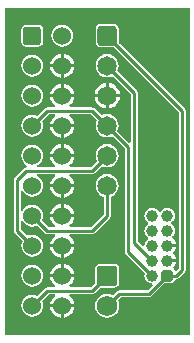
<source format=gtl>
G04 Layer_Physical_Order=1*
G04 Layer_Color=255*
%FSLAX25Y25*%
%MOIN*%
G70*
G01*
G75*
%ADD10C,0.01000*%
%ADD11C,0.06800*%
G04:AMPARAMS|DCode=12|XSize=68mil|YSize=68mil|CornerRadius=10.2mil|HoleSize=0mil|Usage=FLASHONLY|Rotation=180.000|XOffset=0mil|YOffset=0mil|HoleType=Round|Shape=RoundedRectangle|*
%AMROUNDEDRECTD12*
21,1,0.06800,0.04760,0,0,180.0*
21,1,0.04760,0.06800,0,0,180.0*
1,1,0.02040,-0.02380,0.02380*
1,1,0.02040,0.02380,0.02380*
1,1,0.02040,0.02380,-0.02380*
1,1,0.02040,-0.02380,-0.02380*
%
%ADD12ROUNDEDRECTD12*%
%ADD13C,0.06000*%
G04:AMPARAMS|DCode=14|XSize=60mil|YSize=60mil|CornerRadius=9mil|HoleSize=0mil|Usage=FLASHONLY|Rotation=270.000|XOffset=0mil|YOffset=0mil|HoleType=Round|Shape=RoundedRectangle|*
%AMROUNDEDRECTD14*
21,1,0.06000,0.04200,0,0,270.0*
21,1,0.04200,0.06000,0,0,270.0*
1,1,0.01800,-0.02100,-0.02100*
1,1,0.01800,-0.02100,0.02100*
1,1,0.01800,0.02100,0.02100*
1,1,0.01800,0.02100,-0.02100*
%
%ADD14ROUNDEDRECTD14*%
G04:AMPARAMS|DCode=15|XSize=39.37mil|YSize=39.37mil|CornerRadius=9.84mil|HoleSize=0mil|Usage=FLASHONLY|Rotation=90.000|XOffset=0mil|YOffset=0mil|HoleType=Round|Shape=RoundedRectangle|*
%AMROUNDEDRECTD15*
21,1,0.03937,0.01968,0,0,90.0*
21,1,0.01968,0.03937,0,0,90.0*
1,1,0.01968,0.00984,0.00984*
1,1,0.01968,0.00984,-0.00984*
1,1,0.01968,-0.00984,-0.00984*
1,1,0.01968,-0.00984,0.00984*
%
%ADD15ROUNDEDRECTD15*%
%ADD16C,0.03937*%
%ADD17C,0.06500*%
G04:AMPARAMS|DCode=18|XSize=65mil|YSize=65mil|CornerRadius=9.75mil|HoleSize=0mil|Usage=FLASHONLY|Rotation=180.000|XOffset=0mil|YOffset=0mil|HoleType=Round|Shape=RoundedRectangle|*
%AMROUNDEDRECTD18*
21,1,0.06500,0.04550,0,0,180.0*
21,1,0.04550,0.06500,0,0,180.0*
1,1,0.01950,-0.02275,0.02275*
1,1,0.01950,0.02275,0.02275*
1,1,0.01950,0.02275,-0.02275*
1,1,0.01950,-0.02275,-0.02275*
%
%ADD18ROUNDEDRECTD18*%
G36*
X52487Y-99731D02*
X-9180D01*
Y9180D01*
X52487D01*
Y-99731D01*
D02*
G37*
%LPC*%
G36*
X10500Y-56031D02*
Y-59500D01*
X13969D01*
X13897Y-58956D01*
X13494Y-57983D01*
X12853Y-57147D01*
X12017Y-56506D01*
X11044Y-56103D01*
X10500Y-56031D01*
D02*
G37*
G36*
X9500D02*
X8956Y-56103D01*
X7983Y-56506D01*
X7147Y-57147D01*
X6506Y-57983D01*
X6103Y-58956D01*
X6031Y-59500D01*
X9500D01*
Y-56031D01*
D02*
G37*
G36*
X13969Y-70500D02*
X10500D01*
Y-73969D01*
X11044Y-73897D01*
X12017Y-73494D01*
X12853Y-72853D01*
X13494Y-72017D01*
X13897Y-71044D01*
X13969Y-70500D01*
D02*
G37*
G36*
X9500Y-50500D02*
X6031D01*
X6103Y-51044D01*
X6506Y-52017D01*
X7147Y-52853D01*
X7983Y-53494D01*
X8956Y-53897D01*
X9500Y-53969D01*
Y-50500D01*
D02*
G37*
G36*
Y-36031D02*
X8956Y-36103D01*
X7983Y-36506D01*
X7147Y-37147D01*
X6506Y-37983D01*
X6103Y-38956D01*
X6031Y-39500D01*
X9500D01*
Y-36031D01*
D02*
G37*
G36*
X25000Y-36117D02*
X23995Y-36249D01*
X23058Y-36637D01*
X22254Y-37254D01*
X21637Y-38058D01*
X21249Y-38995D01*
X21117Y-40000D01*
X21249Y-41005D01*
X21589Y-41825D01*
X19535Y-43878D01*
X12502D01*
X12298Y-43278D01*
X12853Y-42853D01*
X13494Y-42017D01*
X13897Y-41044D01*
X13969Y-40500D01*
X10000D01*
Y-40000D01*
D01*
Y-40500D01*
X6031D01*
X6103Y-41044D01*
X6506Y-42017D01*
X7147Y-42853D01*
X7702Y-43278D01*
X7498Y-43878D01*
X1612D01*
X1492Y-43278D01*
X1815Y-43145D01*
X2568Y-42568D01*
X3145Y-41816D01*
X3507Y-40940D01*
X3631Y-40000D01*
X3507Y-39060D01*
X3145Y-38184D01*
X2568Y-37433D01*
X1815Y-36855D01*
X940Y-36493D01*
X0Y-36369D01*
X-940Y-36493D01*
X-1815Y-36855D01*
X-2568Y-37433D01*
X-3145Y-38184D01*
X-3507Y-39060D01*
X-3631Y-40000D01*
X-3507Y-40940D01*
X-3145Y-41816D01*
X-2568Y-42568D01*
X-1927Y-43059D01*
X-1843Y-43496D01*
X-1866Y-43773D01*
X-2000Y-43878D01*
X-2429Y-43964D01*
X-2793Y-44207D01*
X-5793Y-47207D01*
X-6036Y-47571D01*
X-6122Y-48000D01*
X-6121Y-48000D01*
Y-65000D01*
X-6122Y-65000D01*
X-6036Y-65429D01*
X-5793Y-65793D01*
X-3220Y-68366D01*
X-3507Y-69060D01*
X-3631Y-70000D01*
X-3507Y-70940D01*
X-3145Y-71816D01*
X-2568Y-72568D01*
X-1815Y-73145D01*
X-940Y-73507D01*
X0Y-73631D01*
X940Y-73507D01*
X1815Y-73145D01*
X2568Y-72568D01*
X3145Y-71816D01*
X3507Y-70940D01*
X3631Y-70000D01*
X3507Y-69060D01*
X3145Y-68185D01*
X2568Y-67432D01*
X1815Y-66855D01*
X940Y-66493D01*
X0Y-66369D01*
X-940Y-66493D01*
X-1634Y-66780D01*
X-3878Y-64535D01*
Y-61612D01*
X-3278Y-61492D01*
X-3145Y-61816D01*
X-2568Y-62568D01*
X-1815Y-63145D01*
X-940Y-63507D01*
X0Y-63631D01*
X940Y-63507D01*
X1634Y-63220D01*
X4207Y-65793D01*
X4207Y-65793D01*
X4571Y-66036D01*
X5000Y-66122D01*
X5000Y-66122D01*
X7498D01*
X7702Y-66722D01*
X7147Y-67147D01*
X6506Y-67983D01*
X6103Y-68956D01*
X6031Y-69500D01*
X10000D01*
Y-70000D01*
D01*
Y-69500D01*
X13969D01*
X13897Y-68956D01*
X13494Y-67983D01*
X12853Y-67147D01*
X12298Y-66722D01*
X12502Y-66122D01*
X20000D01*
X20000Y-66122D01*
X20429Y-66036D01*
X20793Y-65793D01*
X25793Y-60793D01*
X25793Y-60793D01*
X26036Y-60429D01*
X26122Y-60000D01*
X26122Y-60000D01*
Y-53703D01*
X26942Y-53363D01*
X27746Y-52746D01*
X28363Y-51942D01*
X28751Y-51005D01*
X28883Y-50000D01*
X28751Y-48995D01*
X28363Y-48058D01*
X27746Y-47254D01*
X26942Y-46637D01*
X26005Y-46249D01*
X25000Y-46117D01*
X23995Y-46249D01*
X23058Y-46637D01*
X22254Y-47254D01*
X21637Y-48058D01*
X21249Y-48995D01*
X21117Y-50000D01*
X21249Y-51005D01*
X21637Y-51942D01*
X22254Y-52746D01*
X23058Y-53363D01*
X23878Y-53703D01*
Y-59535D01*
X19535Y-63878D01*
X12502D01*
X12298Y-63278D01*
X12853Y-62853D01*
X13494Y-62017D01*
X13897Y-61044D01*
X13969Y-60500D01*
X10000D01*
Y-60000D01*
D01*
Y-60500D01*
X6031D01*
X6103Y-61044D01*
X6506Y-62017D01*
X7147Y-62853D01*
X7702Y-63278D01*
X7498Y-63878D01*
X5465D01*
X3220Y-61634D01*
X3507Y-60940D01*
X3631Y-60000D01*
X3507Y-59060D01*
X3145Y-58184D01*
X2568Y-57432D01*
X1815Y-56855D01*
X940Y-56493D01*
X0Y-56369D01*
X-940Y-56493D01*
X-1815Y-56855D01*
X-2568Y-57432D01*
X-3145Y-58184D01*
X-3278Y-58508D01*
X-3878Y-58388D01*
Y-51612D01*
X-3278Y-51492D01*
X-3145Y-51815D01*
X-2568Y-52568D01*
X-1815Y-53145D01*
X-940Y-53507D01*
X0Y-53631D01*
X940Y-53507D01*
X1815Y-53145D01*
X2568Y-52568D01*
X3145Y-51815D01*
X3507Y-50940D01*
X3631Y-50000D01*
X3507Y-49060D01*
X3145Y-48184D01*
X2568Y-47433D01*
X1815Y-46855D01*
X1492Y-46722D01*
X1612Y-46122D01*
X7498D01*
X7702Y-46722D01*
X7147Y-47147D01*
X6506Y-47983D01*
X6103Y-48956D01*
X6031Y-49500D01*
X10000D01*
Y-50000D01*
D01*
Y-49500D01*
X13969D01*
X13897Y-48956D01*
X13494Y-47983D01*
X12853Y-47147D01*
X12298Y-46722D01*
X12502Y-46122D01*
X20000D01*
X20000Y-46122D01*
X20429Y-46036D01*
X20793Y-45793D01*
X23175Y-43411D01*
X23995Y-43751D01*
X25000Y-43883D01*
X26005Y-43751D01*
X26942Y-43363D01*
X27746Y-42746D01*
X28363Y-41942D01*
X28751Y-41005D01*
X28883Y-40000D01*
X28751Y-38995D01*
X28363Y-38058D01*
X27746Y-37254D01*
X26942Y-36637D01*
X26005Y-36249D01*
X25000Y-36117D01*
D02*
G37*
G36*
X13969Y-50500D02*
X10500D01*
Y-53969D01*
X11044Y-53897D01*
X12017Y-53494D01*
X12853Y-52853D01*
X13494Y-52017D01*
X13897Y-51044D01*
X13969Y-50500D01*
D02*
G37*
G36*
X9500Y-70500D02*
X6031D01*
X6103Y-71044D01*
X6506Y-72017D01*
X7147Y-72853D01*
X7983Y-73494D01*
X8956Y-73897D01*
X9500Y-73969D01*
Y-70500D01*
D02*
G37*
G36*
X27380Y-75968D02*
X22620D01*
X21988Y-76094D01*
X21452Y-76452D01*
X21094Y-76988D01*
X20968Y-77620D01*
Y-82380D01*
X20979Y-82435D01*
X19535Y-83878D01*
X12502D01*
X12298Y-83278D01*
X12853Y-82853D01*
X13494Y-82017D01*
X13897Y-81044D01*
X13969Y-80500D01*
X10000D01*
Y-80000D01*
D01*
Y-80500D01*
X6031D01*
X6103Y-81044D01*
X6506Y-82017D01*
X7147Y-82853D01*
X7702Y-83278D01*
X7498Y-83878D01*
X5000D01*
X5000Y-83878D01*
X4571Y-83964D01*
X4207Y-84207D01*
X4207Y-84207D01*
X1634Y-86780D01*
X940Y-86493D01*
X0Y-86369D01*
X-940Y-86493D01*
X-1815Y-86855D01*
X-2568Y-87432D01*
X-3145Y-88184D01*
X-3507Y-89060D01*
X-3631Y-90000D01*
X-3507Y-90940D01*
X-3145Y-91816D01*
X-2568Y-92568D01*
X-1815Y-93145D01*
X-940Y-93507D01*
X0Y-93631D01*
X940Y-93507D01*
X1815Y-93145D01*
X2568Y-92568D01*
X3145Y-91816D01*
X3507Y-90940D01*
X3631Y-90000D01*
X3507Y-89060D01*
X3220Y-88366D01*
X5465Y-86122D01*
X7498D01*
X7702Y-86722D01*
X7147Y-87147D01*
X6506Y-87983D01*
X6103Y-88956D01*
X6031Y-89500D01*
X10000D01*
Y-90000D01*
D01*
Y-89500D01*
X13969D01*
X13897Y-88956D01*
X13494Y-87983D01*
X12853Y-87147D01*
X12298Y-86722D01*
X12502Y-86122D01*
X20000D01*
X20000Y-86122D01*
X20429Y-86036D01*
X20793Y-85793D01*
X22565Y-84021D01*
X22620Y-84032D01*
X27380D01*
X28012Y-83906D01*
X28548Y-83548D01*
X28906Y-83012D01*
X29032Y-82380D01*
Y-77620D01*
X28906Y-76988D01*
X28548Y-76452D01*
X28012Y-76094D01*
X27380Y-75968D01*
D02*
G37*
G36*
X13969Y-90500D02*
X10500D01*
Y-93969D01*
X11044Y-93897D01*
X12017Y-93494D01*
X12853Y-92853D01*
X13494Y-92017D01*
X13897Y-91044D01*
X13969Y-90500D01*
D02*
G37*
G36*
X9500D02*
X6031D01*
X6103Y-91044D01*
X6506Y-92017D01*
X7147Y-92853D01*
X7983Y-93494D01*
X8956Y-93897D01*
X9500Y-93969D01*
Y-90500D01*
D02*
G37*
G36*
X0Y-76369D02*
X-940Y-76493D01*
X-1815Y-76855D01*
X-2568Y-77432D01*
X-3145Y-78184D01*
X-3507Y-79060D01*
X-3631Y-80000D01*
X-3507Y-80940D01*
X-3145Y-81815D01*
X-2568Y-82568D01*
X-1815Y-83145D01*
X-940Y-83507D01*
X0Y-83631D01*
X940Y-83507D01*
X1815Y-83145D01*
X2568Y-82568D01*
X3145Y-81815D01*
X3507Y-80940D01*
X3631Y-80000D01*
X3507Y-79060D01*
X3145Y-78184D01*
X2568Y-77432D01*
X1815Y-76855D01*
X940Y-76493D01*
X0Y-76369D01*
D02*
G37*
G36*
X27275Y3881D02*
X22725D01*
X22110Y3759D01*
X21589Y3410D01*
X21241Y2889D01*
X21119Y2275D01*
Y-2275D01*
X21241Y-2889D01*
X21589Y-3410D01*
X22110Y-3759D01*
X22725Y-3881D01*
X27275D01*
X27292Y-3878D01*
X48878Y-25465D01*
Y-77535D01*
X48037Y-78376D01*
X47353Y-78212D01*
X47126Y-77874D01*
X47121Y-77870D01*
X47097Y-77132D01*
X47117Y-77117D01*
X47593Y-76497D01*
X47892Y-75775D01*
X47928Y-75500D01*
X45000D01*
Y-74500D01*
X47928D01*
X47892Y-74225D01*
X47593Y-73503D01*
X47117Y-72883D01*
X47009Y-72800D01*
Y-72200D01*
X47117Y-72117D01*
X47593Y-71497D01*
X47892Y-70775D01*
X47928Y-70500D01*
X45000D01*
Y-69500D01*
X47928D01*
X47892Y-69225D01*
X47593Y-68503D01*
X47117Y-67883D01*
X46782Y-67626D01*
X46745Y-66917D01*
X46761Y-66887D01*
X46832Y-66832D01*
X47244Y-66295D01*
X47502Y-65671D01*
X47591Y-65000D01*
X47502Y-64329D01*
X47244Y-63705D01*
X46832Y-63168D01*
X46411Y-62845D01*
X46354Y-62550D01*
Y-62450D01*
X46411Y-62155D01*
X46832Y-61832D01*
X47244Y-61295D01*
X47502Y-60671D01*
X47591Y-60000D01*
X47502Y-59329D01*
X47244Y-58705D01*
X46832Y-58168D01*
X46295Y-57756D01*
X45671Y-57498D01*
X45000Y-57409D01*
X44330Y-57498D01*
X43705Y-57756D01*
X43168Y-58168D01*
X42845Y-58589D01*
X42550Y-58646D01*
X42450D01*
X42155Y-58589D01*
X41832Y-58168D01*
X41295Y-57756D01*
X40670Y-57498D01*
X40000Y-57409D01*
X39329Y-57498D01*
X38705Y-57756D01*
X38168Y-58168D01*
X37756Y-58705D01*
X37498Y-59329D01*
X37409Y-60000D01*
X37498Y-60671D01*
X37756Y-61295D01*
X38168Y-61832D01*
X38589Y-62155D01*
X38646Y-62450D01*
Y-62550D01*
X38589Y-62845D01*
X38168Y-63168D01*
X37756Y-63705D01*
X37498Y-64329D01*
X37409Y-65000D01*
X37498Y-65671D01*
X37756Y-66295D01*
X38168Y-66832D01*
X38589Y-67155D01*
X38646Y-67450D01*
Y-67550D01*
X38589Y-67845D01*
X38168Y-68168D01*
X37756Y-68705D01*
X37498Y-69330D01*
X37412Y-69978D01*
X37344Y-70029D01*
X36837Y-70251D01*
X35122Y-68535D01*
Y-19000D01*
X35036Y-18571D01*
X34793Y-18207D01*
X34793Y-18207D01*
X28411Y-11825D01*
X28751Y-11005D01*
X28883Y-10000D01*
X28751Y-8995D01*
X28363Y-8058D01*
X27746Y-7254D01*
X26942Y-6637D01*
X26005Y-6249D01*
X25000Y-6117D01*
X23995Y-6249D01*
X23058Y-6637D01*
X22254Y-7254D01*
X21637Y-8058D01*
X21249Y-8995D01*
X21117Y-10000D01*
X21249Y-11005D01*
X21637Y-11942D01*
X22254Y-12746D01*
X23058Y-13363D01*
X23995Y-13751D01*
X25000Y-13883D01*
X26005Y-13751D01*
X26825Y-13411D01*
X32878Y-19465D01*
Y-35444D01*
X32278Y-35692D01*
X28411Y-31825D01*
X28751Y-31005D01*
X28883Y-30000D01*
X28751Y-28995D01*
X28363Y-28058D01*
X27746Y-27254D01*
X26942Y-26637D01*
X26005Y-26249D01*
X25000Y-26117D01*
X23995Y-26249D01*
X23175Y-26589D01*
X20793Y-24207D01*
X20429Y-23964D01*
X20000Y-23878D01*
X20000Y-23878D01*
X12502D01*
X12298Y-23279D01*
X12853Y-22853D01*
X13494Y-22017D01*
X13897Y-21044D01*
X13969Y-20500D01*
X10000D01*
X6031D01*
X6103Y-21044D01*
X6506Y-22017D01*
X7147Y-22853D01*
X7702Y-23279D01*
X7498Y-23878D01*
X5000D01*
X5000Y-23878D01*
X4571Y-23964D01*
X4207Y-24207D01*
X4207Y-24207D01*
X1634Y-26780D01*
X940Y-26493D01*
X0Y-26369D01*
X-940Y-26493D01*
X-1815Y-26855D01*
X-2568Y-27433D01*
X-3145Y-28185D01*
X-3507Y-29060D01*
X-3631Y-30000D01*
X-3507Y-30940D01*
X-3145Y-31815D01*
X-2568Y-32568D01*
X-1815Y-33145D01*
X-940Y-33507D01*
X0Y-33631D01*
X940Y-33507D01*
X1815Y-33145D01*
X2568Y-32568D01*
X3145Y-31815D01*
X3507Y-30940D01*
X3631Y-30000D01*
X3507Y-29060D01*
X3220Y-28366D01*
X5465Y-26122D01*
X7498D01*
X7702Y-26722D01*
X7147Y-27147D01*
X6506Y-27983D01*
X6103Y-28956D01*
X6031Y-29500D01*
X10000D01*
X13969D01*
X13897Y-28956D01*
X13494Y-27983D01*
X12853Y-27147D01*
X12298Y-26722D01*
X12502Y-26122D01*
X19535D01*
X21589Y-28175D01*
X21249Y-28995D01*
X21117Y-30000D01*
X21249Y-31005D01*
X21637Y-31942D01*
X22254Y-32746D01*
X23058Y-33363D01*
X23995Y-33751D01*
X25000Y-33883D01*
X26005Y-33751D01*
X26825Y-33411D01*
X30878Y-37465D01*
Y-72000D01*
X30878Y-72000D01*
X30964Y-72429D01*
X31207Y-72793D01*
X37570Y-79156D01*
X37498Y-79330D01*
X37409Y-80000D01*
X37498Y-80670D01*
X37756Y-81295D01*
X38168Y-81832D01*
X38705Y-82244D01*
X39329Y-82502D01*
X39978Y-82588D01*
X40029Y-82656D01*
X40251Y-83163D01*
X38535Y-84878D01*
X29000D01*
X28571Y-84964D01*
X28207Y-85207D01*
X28207Y-85207D01*
X26940Y-86474D01*
X26044Y-86103D01*
X25000Y-85966D01*
X23956Y-86103D01*
X22983Y-86506D01*
X22147Y-87147D01*
X21506Y-87983D01*
X21103Y-88956D01*
X20966Y-90000D01*
X21103Y-91044D01*
X21506Y-92017D01*
X22147Y-92853D01*
X22983Y-93494D01*
X23956Y-93897D01*
X25000Y-94034D01*
X26044Y-93897D01*
X27017Y-93494D01*
X27853Y-92853D01*
X28494Y-92017D01*
X28897Y-91044D01*
X29035Y-90000D01*
X28897Y-88956D01*
X28526Y-88060D01*
X29465Y-87122D01*
X39000D01*
X39000Y-87122D01*
X39429Y-87036D01*
X39793Y-86793D01*
X43991Y-82595D01*
X44016Y-82600D01*
X45984D01*
X46602Y-82477D01*
X47126Y-82126D01*
X47477Y-81602D01*
X47505Y-81458D01*
X48000Y-81122D01*
X48429Y-81036D01*
X48793Y-80793D01*
X50793Y-78793D01*
X50793Y-78793D01*
X51036Y-78429D01*
X51122Y-78000D01*
X51122Y-78000D01*
Y-25000D01*
X51122Y-25000D01*
X51036Y-24571D01*
X50793Y-24207D01*
X50793Y-24207D01*
X28878Y-2292D01*
X28881Y-2275D01*
Y2275D01*
X28759Y2889D01*
X28411Y3410D01*
X27889Y3759D01*
X27275Y3881D01*
D02*
G37*
G36*
X10500Y-76031D02*
Y-79500D01*
X13969D01*
X13897Y-78956D01*
X13494Y-77983D01*
X12853Y-77147D01*
X12017Y-76506D01*
X11044Y-76103D01*
X10500Y-76031D01*
D02*
G37*
G36*
X9500D02*
X8956Y-76103D01*
X7983Y-76506D01*
X7147Y-77147D01*
X6506Y-77983D01*
X6103Y-78956D01*
X6031Y-79500D01*
X9500D01*
Y-76031D01*
D02*
G37*
G36*
X10500Y-36031D02*
Y-39500D01*
X13969D01*
X13897Y-38956D01*
X13494Y-37983D01*
X12853Y-37147D01*
X12017Y-36506D01*
X11044Y-36103D01*
X10500Y-36031D01*
D02*
G37*
G36*
X13969Y-10500D02*
X10500D01*
Y-13969D01*
X11044Y-13897D01*
X12017Y-13494D01*
X12853Y-12853D01*
X13494Y-12017D01*
X13897Y-11044D01*
X13969Y-10500D01*
D02*
G37*
G36*
X0Y-6369D02*
X-940Y-6493D01*
X-1815Y-6855D01*
X-2568Y-7433D01*
X-3145Y-8185D01*
X-3507Y-9060D01*
X-3631Y-10000D01*
X-3507Y-10940D01*
X-3145Y-11816D01*
X-2568Y-12567D01*
X-1815Y-13145D01*
X-940Y-13507D01*
X0Y-13631D01*
X940Y-13507D01*
X1815Y-13145D01*
X2568Y-12567D01*
X3145Y-11816D01*
X3507Y-10940D01*
X3631Y-10000D01*
X3507Y-9060D01*
X3145Y-8185D01*
X2568Y-7433D01*
X1815Y-6855D01*
X940Y-6493D01*
X0Y-6369D01*
D02*
G37*
G36*
X25500Y-15779D02*
Y-19500D01*
X29221D01*
X29141Y-18891D01*
X28712Y-17857D01*
X28031Y-16969D01*
X27143Y-16288D01*
X26109Y-15859D01*
X25500Y-15779D01*
D02*
G37*
G36*
X9500Y-10500D02*
X6031D01*
X6103Y-11044D01*
X6506Y-12017D01*
X7147Y-12853D01*
X7983Y-13494D01*
X8956Y-13897D01*
X9500Y-13969D01*
Y-10500D01*
D02*
G37*
G36*
X10000Y3631D02*
X9060Y3507D01*
X8185Y3145D01*
X7433Y2568D01*
X6855Y1815D01*
X6493Y940D01*
X6369Y0D01*
X6493Y-940D01*
X6855Y-1815D01*
X7433Y-2568D01*
X8185Y-3145D01*
X9060Y-3507D01*
X10000Y-3631D01*
X10940Y-3507D01*
X11816Y-3145D01*
X12567Y-2568D01*
X13145Y-1815D01*
X13507Y-940D01*
X13631Y0D01*
X13507Y940D01*
X13145Y1815D01*
X12567Y2568D01*
X11816Y3145D01*
X10940Y3507D01*
X10000Y3631D01*
D02*
G37*
G36*
X2100Y3629D02*
X-2100D01*
X-2685Y3513D01*
X-3181Y3181D01*
X-3513Y2685D01*
X-3629Y2100D01*
Y-2100D01*
X-3513Y-2685D01*
X-3181Y-3181D01*
X-2685Y-3513D01*
X-2100Y-3629D01*
X2100D01*
X2685Y-3513D01*
X3181Y-3181D01*
X3513Y-2685D01*
X3629Y-2100D01*
Y2100D01*
X3513Y2685D01*
X3181Y3181D01*
X2685Y3513D01*
X2100Y3629D01*
D02*
G37*
G36*
X9500Y-6031D02*
X8956Y-6103D01*
X7983Y-6506D01*
X7147Y-7147D01*
X6506Y-7983D01*
X6103Y-8956D01*
X6031Y-9500D01*
X9500D01*
Y-6031D01*
D02*
G37*
G36*
X10500D02*
Y-9500D01*
X13969D01*
X13897Y-8956D01*
X13494Y-7983D01*
X12853Y-7147D01*
X12017Y-6506D01*
X11044Y-6103D01*
X10500Y-6031D01*
D02*
G37*
G36*
X24500Y-20500D02*
X20779D01*
X20859Y-21110D01*
X21288Y-22143D01*
X21969Y-23031D01*
X22857Y-23712D01*
X23890Y-24141D01*
X24500Y-24221D01*
Y-20500D01*
D02*
G37*
G36*
X29221D02*
X25500D01*
Y-24221D01*
X26109Y-24141D01*
X27143Y-23712D01*
X28031Y-23031D01*
X28712Y-22143D01*
X29141Y-21110D01*
X29221Y-20500D01*
D02*
G37*
G36*
X9500Y-30500D02*
X6031D01*
X6103Y-31044D01*
X6506Y-32017D01*
X7147Y-32853D01*
X7983Y-33494D01*
X8956Y-33897D01*
X9500Y-33969D01*
Y-30500D01*
D02*
G37*
G36*
X13969D02*
X10500D01*
Y-33969D01*
X11044Y-33897D01*
X12017Y-33494D01*
X12853Y-32853D01*
X13494Y-32017D01*
X13897Y-31044D01*
X13969Y-30500D01*
D02*
G37*
G36*
X9500Y-16031D02*
X8956Y-16103D01*
X7983Y-16506D01*
X7147Y-17147D01*
X6506Y-17983D01*
X6103Y-18956D01*
X6031Y-19500D01*
X9500D01*
Y-16031D01*
D02*
G37*
G36*
X10500D02*
Y-19500D01*
X13969D01*
X13897Y-18956D01*
X13494Y-17983D01*
X12853Y-17147D01*
X12017Y-16506D01*
X11044Y-16103D01*
X10500Y-16031D01*
D02*
G37*
G36*
X0Y-16369D02*
X-940Y-16493D01*
X-1815Y-16855D01*
X-2568Y-17433D01*
X-3145Y-18184D01*
X-3507Y-19060D01*
X-3631Y-20000D01*
X-3507Y-20940D01*
X-3145Y-21815D01*
X-2568Y-22568D01*
X-1815Y-23145D01*
X-940Y-23507D01*
X0Y-23631D01*
X940Y-23507D01*
X1815Y-23145D01*
X2568Y-22568D01*
X3145Y-21815D01*
X3507Y-20940D01*
X3631Y-20000D01*
X3507Y-19060D01*
X3145Y-18184D01*
X2568Y-17433D01*
X1815Y-16855D01*
X940Y-16493D01*
X0Y-16369D01*
D02*
G37*
G36*
X24500Y-15779D02*
X23890Y-15859D01*
X22857Y-16288D01*
X21969Y-16969D01*
X21288Y-17857D01*
X20859Y-18891D01*
X20779Y-19500D01*
X24500D01*
Y-15779D01*
D02*
G37*
%LPD*%
D10*
X39000Y-86000D02*
X45000Y-80000D01*
X29000Y-86000D02*
X39000D01*
X-5000Y-48000D02*
X-2000Y-45000D01*
X-5000Y-65000D02*
Y-48000D01*
Y-65000D02*
X0Y-70000D01*
X20000Y-25000D02*
X25000Y-30000D01*
X5000Y-25000D02*
X20000D01*
X0Y-30000D02*
X5000Y-25000D01*
X25000Y-90000D02*
X29000Y-86000D01*
X25000Y-60000D02*
Y-50000D01*
X20000Y-65000D02*
X25000Y-60000D01*
X5000Y-65000D02*
X20000D01*
X0Y-60000D02*
X5000Y-65000D01*
X-2000Y-45000D02*
X20000D01*
X25000Y0D02*
X50000Y-25000D01*
Y-78000D02*
Y-25000D01*
X48000Y-80000D02*
X50000Y-78000D01*
X45000Y-80000D02*
X48000D01*
X20000Y-45000D02*
X25000Y-40000D01*
X32000Y-72000D02*
X40000Y-80000D01*
X32000Y-72000D02*
Y-37000D01*
X34000Y-69000D02*
X40000Y-75000D01*
X34000Y-69000D02*
Y-19000D01*
X25000Y-10000D02*
X34000Y-19000D01*
X25000Y-30000D02*
X32000Y-37000D01*
X20000Y-85000D02*
X25000Y-80000D01*
X5000Y-85000D02*
X20000D01*
X0Y-90000D02*
X5000Y-85000D01*
D11*
X25000Y-90000D02*
D03*
D12*
Y-80000D02*
D03*
D13*
X10000Y-90000D02*
D03*
Y-80000D02*
D03*
Y-70000D02*
D03*
Y-60000D02*
D03*
Y-50000D02*
D03*
Y-40000D02*
D03*
Y-30000D02*
D03*
Y-20000D02*
D03*
Y-10000D02*
D03*
Y0D02*
D03*
X0Y-90000D02*
D03*
Y-80000D02*
D03*
Y-70000D02*
D03*
Y-60000D02*
D03*
Y-50000D02*
D03*
Y-40000D02*
D03*
Y-30000D02*
D03*
Y-20000D02*
D03*
Y-10000D02*
D03*
D14*
Y0D02*
D03*
D15*
X45000Y-80000D02*
D03*
D16*
X40000D02*
D03*
Y-75000D02*
D03*
X45000D02*
D03*
X40000Y-70000D02*
D03*
X45000D02*
D03*
X40000Y-65000D02*
D03*
X45000D02*
D03*
X40000Y-60000D02*
D03*
X45000D02*
D03*
D17*
X25000Y-50000D02*
D03*
Y-40000D02*
D03*
Y-10000D02*
D03*
Y-20000D02*
D03*
Y-30000D02*
D03*
D18*
Y0D02*
D03*
M02*

</source>
